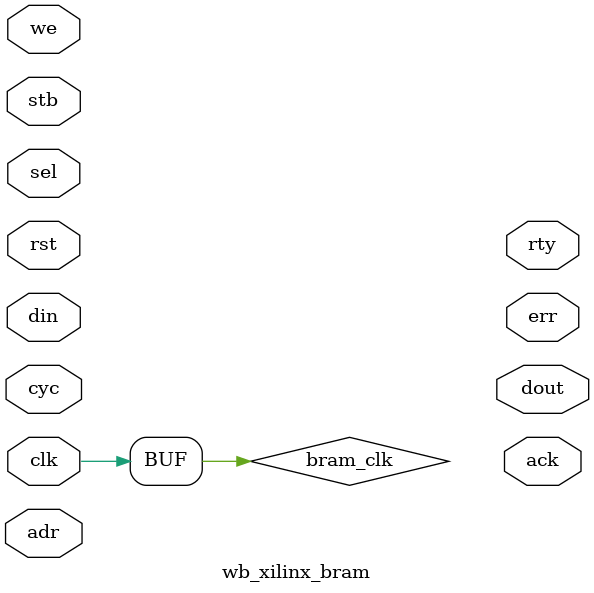
<source format=v>


module wb_xilinx_bram (
	// ----------------------------
	// 16Bit Wishbone interface
	// ----------------------------
	  input		wire				clk
	, input		wire				rst
	, input		wire	[16:0]		adr
	, input		wire	[16:0]		din
	, output	reg		[16:0]		dout
	, input		wire				cyc
	, input		wire				stb
	, input		wire	[1:0]		sel
	, input		wire				we
	, output	reg					ack
	, output	reg					err
	, output	reg					rty
);

	// Internal wire
	wire bram_clk = clk;
	
	// --------------------------
	// 16Bit xilinx bram
	// --------------------------
endmodule

</source>
